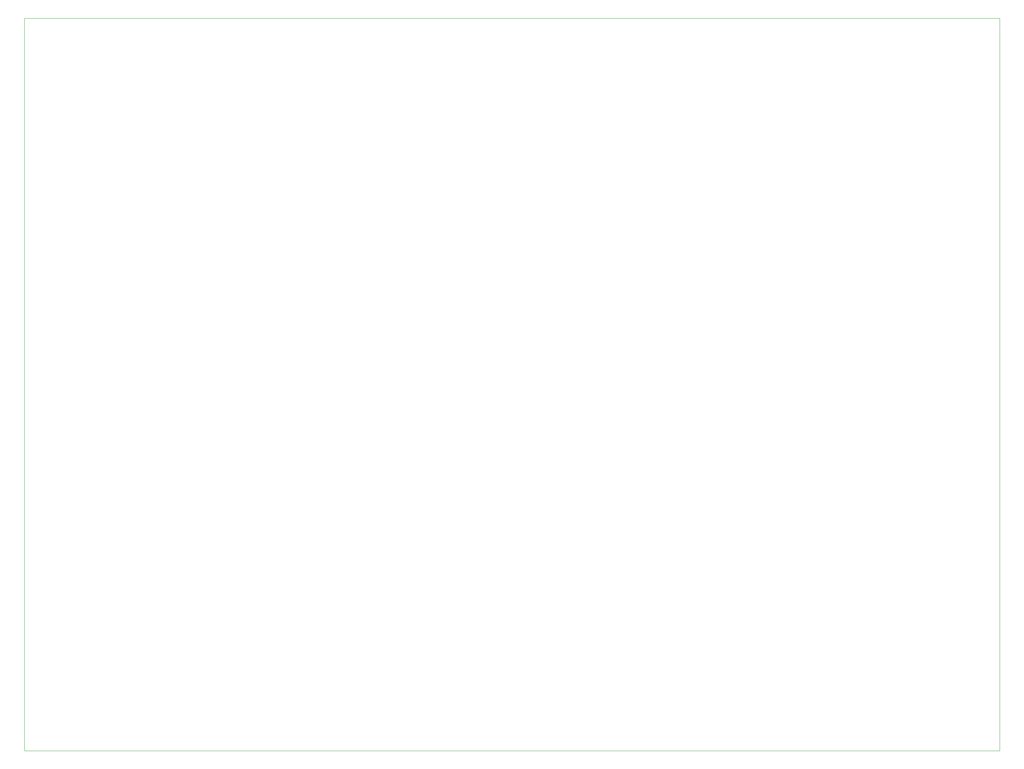
<source format=gm1>
G04 #@! TF.GenerationSoftware,KiCad,Pcbnew,(5.1.12)-1*
G04 #@! TF.CreationDate,2022-08-10T22:48:41-07:00*
G04 #@! TF.ProjectId,JBX16,4a425831-362e-46b6-9963-61645f706362,rev?*
G04 #@! TF.SameCoordinates,Original*
G04 #@! TF.FileFunction,Profile,NP*
%FSLAX46Y46*%
G04 Gerber Fmt 4.6, Leading zero omitted, Abs format (unit mm)*
G04 Created by KiCad (PCBNEW (5.1.12)-1) date 2022-08-10 22:48:41*
%MOMM*%
%LPD*%
G01*
G04 APERTURE LIST*
G04 #@! TA.AperFunction,Profile*
%ADD10C,0.050000*%
G04 #@! TD*
G04 APERTURE END LIST*
D10*
X34402360Y-210000000D02*
X278402360Y-210000000D01*
X34402360Y-26654880D02*
X278402360Y-26654880D01*
X278402360Y-26654880D02*
X278402360Y-210000000D01*
X34402360Y-26654880D02*
X34402360Y-210000000D01*
M02*

</source>
